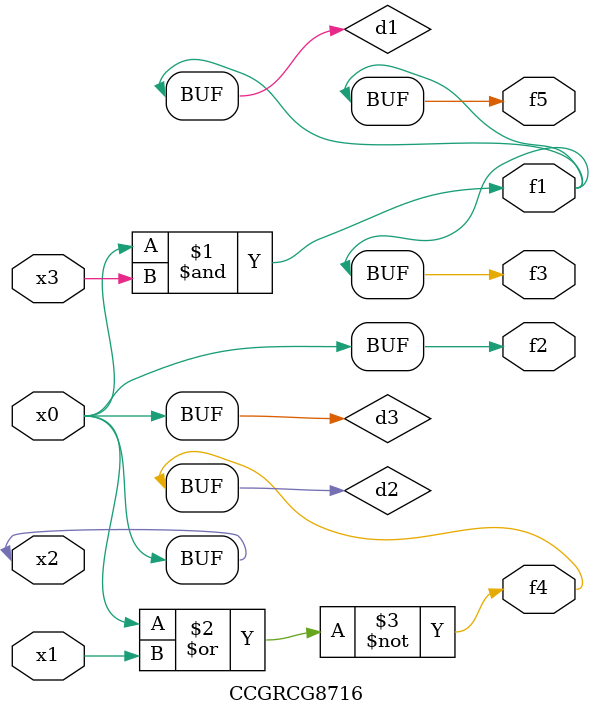
<source format=v>
module CCGRCG8716(
	input x0, x1, x2, x3,
	output f1, f2, f3, f4, f5
);

	wire d1, d2, d3;

	and (d1, x2, x3);
	nor (d2, x0, x1);
	buf (d3, x0, x2);
	assign f1 = d1;
	assign f2 = d3;
	assign f3 = d1;
	assign f4 = d2;
	assign f5 = d1;
endmodule

</source>
